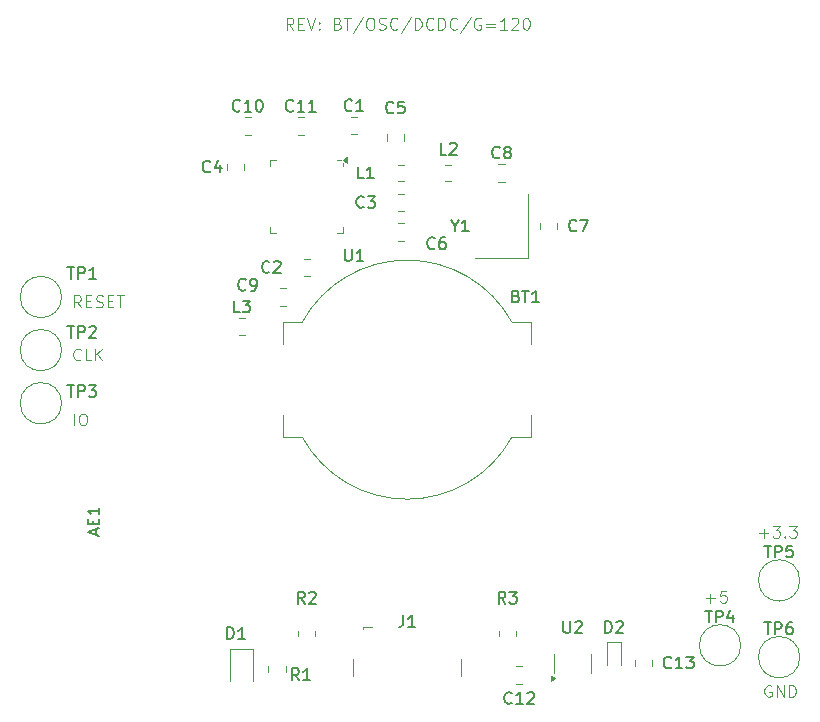
<source format=gbr>
%TF.GenerationSoftware,KiCad,Pcbnew,8.0.3-8.0.3-0~ubuntu24.04.1*%
%TF.CreationDate,2024-06-13T21:29:58+05:00*%
%TF.ProjectId,solartap_mcu,736f6c61-7274-4617-905f-6d63752e6b69,rev?*%
%TF.SameCoordinates,Original*%
%TF.FileFunction,Legend,Top*%
%TF.FilePolarity,Positive*%
%FSLAX46Y46*%
G04 Gerber Fmt 4.6, Leading zero omitted, Abs format (unit mm)*
G04 Created by KiCad (PCBNEW 8.0.3-8.0.3-0~ubuntu24.04.1) date 2024-06-13 21:29:58*
%MOMM*%
%LPD*%
G01*
G04 APERTURE LIST*
%ADD10C,0.100000*%
%ADD11C,0.150000*%
%ADD12C,0.120000*%
G04 APERTURE END LIST*
D10*
X125827693Y-108420038D02*
X125732455Y-108372419D01*
X125732455Y-108372419D02*
X125589598Y-108372419D01*
X125589598Y-108372419D02*
X125446741Y-108420038D01*
X125446741Y-108420038D02*
X125351503Y-108515276D01*
X125351503Y-108515276D02*
X125303884Y-108610514D01*
X125303884Y-108610514D02*
X125256265Y-108800990D01*
X125256265Y-108800990D02*
X125256265Y-108943847D01*
X125256265Y-108943847D02*
X125303884Y-109134323D01*
X125303884Y-109134323D02*
X125351503Y-109229561D01*
X125351503Y-109229561D02*
X125446741Y-109324800D01*
X125446741Y-109324800D02*
X125589598Y-109372419D01*
X125589598Y-109372419D02*
X125684836Y-109372419D01*
X125684836Y-109372419D02*
X125827693Y-109324800D01*
X125827693Y-109324800D02*
X125875312Y-109277180D01*
X125875312Y-109277180D02*
X125875312Y-108943847D01*
X125875312Y-108943847D02*
X125684836Y-108943847D01*
X126303884Y-109372419D02*
X126303884Y-108372419D01*
X126303884Y-108372419D02*
X126875312Y-109372419D01*
X126875312Y-109372419D02*
X126875312Y-108372419D01*
X127351503Y-109372419D02*
X127351503Y-108372419D01*
X127351503Y-108372419D02*
X127589598Y-108372419D01*
X127589598Y-108372419D02*
X127732455Y-108420038D01*
X127732455Y-108420038D02*
X127827693Y-108515276D01*
X127827693Y-108515276D02*
X127875312Y-108610514D01*
X127875312Y-108610514D02*
X127922931Y-108800990D01*
X127922931Y-108800990D02*
X127922931Y-108943847D01*
X127922931Y-108943847D02*
X127875312Y-109134323D01*
X127875312Y-109134323D02*
X127827693Y-109229561D01*
X127827693Y-109229561D02*
X127732455Y-109324800D01*
X127732455Y-109324800D02*
X127589598Y-109372419D01*
X127589598Y-109372419D02*
X127351503Y-109372419D01*
X120303884Y-100991466D02*
X121065789Y-100991466D01*
X120684836Y-101372419D02*
X120684836Y-100610514D01*
X122018169Y-100372419D02*
X121541979Y-100372419D01*
X121541979Y-100372419D02*
X121494360Y-100848609D01*
X121494360Y-100848609D02*
X121541979Y-100800990D01*
X121541979Y-100800990D02*
X121637217Y-100753371D01*
X121637217Y-100753371D02*
X121875312Y-100753371D01*
X121875312Y-100753371D02*
X121970550Y-100800990D01*
X121970550Y-100800990D02*
X122018169Y-100848609D01*
X122018169Y-100848609D02*
X122065788Y-100943847D01*
X122065788Y-100943847D02*
X122065788Y-101181942D01*
X122065788Y-101181942D02*
X122018169Y-101277180D01*
X122018169Y-101277180D02*
X121970550Y-101324800D01*
X121970550Y-101324800D02*
X121875312Y-101372419D01*
X121875312Y-101372419D02*
X121637217Y-101372419D01*
X121637217Y-101372419D02*
X121541979Y-101324800D01*
X121541979Y-101324800D02*
X121494360Y-101277180D01*
X124803884Y-95491466D02*
X125565789Y-95491466D01*
X125184836Y-95872419D02*
X125184836Y-95110514D01*
X125946741Y-94872419D02*
X126565788Y-94872419D01*
X126565788Y-94872419D02*
X126232455Y-95253371D01*
X126232455Y-95253371D02*
X126375312Y-95253371D01*
X126375312Y-95253371D02*
X126470550Y-95300990D01*
X126470550Y-95300990D02*
X126518169Y-95348609D01*
X126518169Y-95348609D02*
X126565788Y-95443847D01*
X126565788Y-95443847D02*
X126565788Y-95681942D01*
X126565788Y-95681942D02*
X126518169Y-95777180D01*
X126518169Y-95777180D02*
X126470550Y-95824800D01*
X126470550Y-95824800D02*
X126375312Y-95872419D01*
X126375312Y-95872419D02*
X126089598Y-95872419D01*
X126089598Y-95872419D02*
X125994360Y-95824800D01*
X125994360Y-95824800D02*
X125946741Y-95777180D01*
X126994360Y-95777180D02*
X127041979Y-95824800D01*
X127041979Y-95824800D02*
X126994360Y-95872419D01*
X126994360Y-95872419D02*
X126946741Y-95824800D01*
X126946741Y-95824800D02*
X126994360Y-95777180D01*
X126994360Y-95777180D02*
X126994360Y-95872419D01*
X127375312Y-94872419D02*
X127994359Y-94872419D01*
X127994359Y-94872419D02*
X127661026Y-95253371D01*
X127661026Y-95253371D02*
X127803883Y-95253371D01*
X127803883Y-95253371D02*
X127899121Y-95300990D01*
X127899121Y-95300990D02*
X127946740Y-95348609D01*
X127946740Y-95348609D02*
X127994359Y-95443847D01*
X127994359Y-95443847D02*
X127994359Y-95681942D01*
X127994359Y-95681942D02*
X127946740Y-95777180D01*
X127946740Y-95777180D02*
X127899121Y-95824800D01*
X127899121Y-95824800D02*
X127803883Y-95872419D01*
X127803883Y-95872419D02*
X127518169Y-95872419D01*
X127518169Y-95872419D02*
X127422931Y-95824800D01*
X127422931Y-95824800D02*
X127375312Y-95777180D01*
X85375312Y-52872419D02*
X85041979Y-52396228D01*
X84803884Y-52872419D02*
X84803884Y-51872419D01*
X84803884Y-51872419D02*
X85184836Y-51872419D01*
X85184836Y-51872419D02*
X85280074Y-51920038D01*
X85280074Y-51920038D02*
X85327693Y-51967657D01*
X85327693Y-51967657D02*
X85375312Y-52062895D01*
X85375312Y-52062895D02*
X85375312Y-52205752D01*
X85375312Y-52205752D02*
X85327693Y-52300990D01*
X85327693Y-52300990D02*
X85280074Y-52348609D01*
X85280074Y-52348609D02*
X85184836Y-52396228D01*
X85184836Y-52396228D02*
X84803884Y-52396228D01*
X85803884Y-52348609D02*
X86137217Y-52348609D01*
X86280074Y-52872419D02*
X85803884Y-52872419D01*
X85803884Y-52872419D02*
X85803884Y-51872419D01*
X85803884Y-51872419D02*
X86280074Y-51872419D01*
X86565789Y-51872419D02*
X86899122Y-52872419D01*
X86899122Y-52872419D02*
X87232455Y-51872419D01*
X87565789Y-52777180D02*
X87613408Y-52824800D01*
X87613408Y-52824800D02*
X87565789Y-52872419D01*
X87565789Y-52872419D02*
X87518170Y-52824800D01*
X87518170Y-52824800D02*
X87565789Y-52777180D01*
X87565789Y-52777180D02*
X87565789Y-52872419D01*
X87565789Y-52253371D02*
X87613408Y-52300990D01*
X87613408Y-52300990D02*
X87565789Y-52348609D01*
X87565789Y-52348609D02*
X87518170Y-52300990D01*
X87518170Y-52300990D02*
X87565789Y-52253371D01*
X87565789Y-52253371D02*
X87565789Y-52348609D01*
X89137217Y-52348609D02*
X89280074Y-52396228D01*
X89280074Y-52396228D02*
X89327693Y-52443847D01*
X89327693Y-52443847D02*
X89375312Y-52539085D01*
X89375312Y-52539085D02*
X89375312Y-52681942D01*
X89375312Y-52681942D02*
X89327693Y-52777180D01*
X89327693Y-52777180D02*
X89280074Y-52824800D01*
X89280074Y-52824800D02*
X89184836Y-52872419D01*
X89184836Y-52872419D02*
X88803884Y-52872419D01*
X88803884Y-52872419D02*
X88803884Y-51872419D01*
X88803884Y-51872419D02*
X89137217Y-51872419D01*
X89137217Y-51872419D02*
X89232455Y-51920038D01*
X89232455Y-51920038D02*
X89280074Y-51967657D01*
X89280074Y-51967657D02*
X89327693Y-52062895D01*
X89327693Y-52062895D02*
X89327693Y-52158133D01*
X89327693Y-52158133D02*
X89280074Y-52253371D01*
X89280074Y-52253371D02*
X89232455Y-52300990D01*
X89232455Y-52300990D02*
X89137217Y-52348609D01*
X89137217Y-52348609D02*
X88803884Y-52348609D01*
X89661027Y-51872419D02*
X90232455Y-51872419D01*
X89946741Y-52872419D02*
X89946741Y-51872419D01*
X91280074Y-51824800D02*
X90422932Y-53110514D01*
X91803884Y-51872419D02*
X91994360Y-51872419D01*
X91994360Y-51872419D02*
X92089598Y-51920038D01*
X92089598Y-51920038D02*
X92184836Y-52015276D01*
X92184836Y-52015276D02*
X92232455Y-52205752D01*
X92232455Y-52205752D02*
X92232455Y-52539085D01*
X92232455Y-52539085D02*
X92184836Y-52729561D01*
X92184836Y-52729561D02*
X92089598Y-52824800D01*
X92089598Y-52824800D02*
X91994360Y-52872419D01*
X91994360Y-52872419D02*
X91803884Y-52872419D01*
X91803884Y-52872419D02*
X91708646Y-52824800D01*
X91708646Y-52824800D02*
X91613408Y-52729561D01*
X91613408Y-52729561D02*
X91565789Y-52539085D01*
X91565789Y-52539085D02*
X91565789Y-52205752D01*
X91565789Y-52205752D02*
X91613408Y-52015276D01*
X91613408Y-52015276D02*
X91708646Y-51920038D01*
X91708646Y-51920038D02*
X91803884Y-51872419D01*
X92613408Y-52824800D02*
X92756265Y-52872419D01*
X92756265Y-52872419D02*
X92994360Y-52872419D01*
X92994360Y-52872419D02*
X93089598Y-52824800D01*
X93089598Y-52824800D02*
X93137217Y-52777180D01*
X93137217Y-52777180D02*
X93184836Y-52681942D01*
X93184836Y-52681942D02*
X93184836Y-52586704D01*
X93184836Y-52586704D02*
X93137217Y-52491466D01*
X93137217Y-52491466D02*
X93089598Y-52443847D01*
X93089598Y-52443847D02*
X92994360Y-52396228D01*
X92994360Y-52396228D02*
X92803884Y-52348609D01*
X92803884Y-52348609D02*
X92708646Y-52300990D01*
X92708646Y-52300990D02*
X92661027Y-52253371D01*
X92661027Y-52253371D02*
X92613408Y-52158133D01*
X92613408Y-52158133D02*
X92613408Y-52062895D01*
X92613408Y-52062895D02*
X92661027Y-51967657D01*
X92661027Y-51967657D02*
X92708646Y-51920038D01*
X92708646Y-51920038D02*
X92803884Y-51872419D01*
X92803884Y-51872419D02*
X93041979Y-51872419D01*
X93041979Y-51872419D02*
X93184836Y-51920038D01*
X94184836Y-52777180D02*
X94137217Y-52824800D01*
X94137217Y-52824800D02*
X93994360Y-52872419D01*
X93994360Y-52872419D02*
X93899122Y-52872419D01*
X93899122Y-52872419D02*
X93756265Y-52824800D01*
X93756265Y-52824800D02*
X93661027Y-52729561D01*
X93661027Y-52729561D02*
X93613408Y-52634323D01*
X93613408Y-52634323D02*
X93565789Y-52443847D01*
X93565789Y-52443847D02*
X93565789Y-52300990D01*
X93565789Y-52300990D02*
X93613408Y-52110514D01*
X93613408Y-52110514D02*
X93661027Y-52015276D01*
X93661027Y-52015276D02*
X93756265Y-51920038D01*
X93756265Y-51920038D02*
X93899122Y-51872419D01*
X93899122Y-51872419D02*
X93994360Y-51872419D01*
X93994360Y-51872419D02*
X94137217Y-51920038D01*
X94137217Y-51920038D02*
X94184836Y-51967657D01*
X95327693Y-51824800D02*
X94470551Y-53110514D01*
X95661027Y-52872419D02*
X95661027Y-51872419D01*
X95661027Y-51872419D02*
X95899122Y-51872419D01*
X95899122Y-51872419D02*
X96041979Y-51920038D01*
X96041979Y-51920038D02*
X96137217Y-52015276D01*
X96137217Y-52015276D02*
X96184836Y-52110514D01*
X96184836Y-52110514D02*
X96232455Y-52300990D01*
X96232455Y-52300990D02*
X96232455Y-52443847D01*
X96232455Y-52443847D02*
X96184836Y-52634323D01*
X96184836Y-52634323D02*
X96137217Y-52729561D01*
X96137217Y-52729561D02*
X96041979Y-52824800D01*
X96041979Y-52824800D02*
X95899122Y-52872419D01*
X95899122Y-52872419D02*
X95661027Y-52872419D01*
X97232455Y-52777180D02*
X97184836Y-52824800D01*
X97184836Y-52824800D02*
X97041979Y-52872419D01*
X97041979Y-52872419D02*
X96946741Y-52872419D01*
X96946741Y-52872419D02*
X96803884Y-52824800D01*
X96803884Y-52824800D02*
X96708646Y-52729561D01*
X96708646Y-52729561D02*
X96661027Y-52634323D01*
X96661027Y-52634323D02*
X96613408Y-52443847D01*
X96613408Y-52443847D02*
X96613408Y-52300990D01*
X96613408Y-52300990D02*
X96661027Y-52110514D01*
X96661027Y-52110514D02*
X96708646Y-52015276D01*
X96708646Y-52015276D02*
X96803884Y-51920038D01*
X96803884Y-51920038D02*
X96946741Y-51872419D01*
X96946741Y-51872419D02*
X97041979Y-51872419D01*
X97041979Y-51872419D02*
X97184836Y-51920038D01*
X97184836Y-51920038D02*
X97232455Y-51967657D01*
X97661027Y-52872419D02*
X97661027Y-51872419D01*
X97661027Y-51872419D02*
X97899122Y-51872419D01*
X97899122Y-51872419D02*
X98041979Y-51920038D01*
X98041979Y-51920038D02*
X98137217Y-52015276D01*
X98137217Y-52015276D02*
X98184836Y-52110514D01*
X98184836Y-52110514D02*
X98232455Y-52300990D01*
X98232455Y-52300990D02*
X98232455Y-52443847D01*
X98232455Y-52443847D02*
X98184836Y-52634323D01*
X98184836Y-52634323D02*
X98137217Y-52729561D01*
X98137217Y-52729561D02*
X98041979Y-52824800D01*
X98041979Y-52824800D02*
X97899122Y-52872419D01*
X97899122Y-52872419D02*
X97661027Y-52872419D01*
X99232455Y-52777180D02*
X99184836Y-52824800D01*
X99184836Y-52824800D02*
X99041979Y-52872419D01*
X99041979Y-52872419D02*
X98946741Y-52872419D01*
X98946741Y-52872419D02*
X98803884Y-52824800D01*
X98803884Y-52824800D02*
X98708646Y-52729561D01*
X98708646Y-52729561D02*
X98661027Y-52634323D01*
X98661027Y-52634323D02*
X98613408Y-52443847D01*
X98613408Y-52443847D02*
X98613408Y-52300990D01*
X98613408Y-52300990D02*
X98661027Y-52110514D01*
X98661027Y-52110514D02*
X98708646Y-52015276D01*
X98708646Y-52015276D02*
X98803884Y-51920038D01*
X98803884Y-51920038D02*
X98946741Y-51872419D01*
X98946741Y-51872419D02*
X99041979Y-51872419D01*
X99041979Y-51872419D02*
X99184836Y-51920038D01*
X99184836Y-51920038D02*
X99232455Y-51967657D01*
X100375312Y-51824800D02*
X99518170Y-53110514D01*
X101232455Y-51920038D02*
X101137217Y-51872419D01*
X101137217Y-51872419D02*
X100994360Y-51872419D01*
X100994360Y-51872419D02*
X100851503Y-51920038D01*
X100851503Y-51920038D02*
X100756265Y-52015276D01*
X100756265Y-52015276D02*
X100708646Y-52110514D01*
X100708646Y-52110514D02*
X100661027Y-52300990D01*
X100661027Y-52300990D02*
X100661027Y-52443847D01*
X100661027Y-52443847D02*
X100708646Y-52634323D01*
X100708646Y-52634323D02*
X100756265Y-52729561D01*
X100756265Y-52729561D02*
X100851503Y-52824800D01*
X100851503Y-52824800D02*
X100994360Y-52872419D01*
X100994360Y-52872419D02*
X101089598Y-52872419D01*
X101089598Y-52872419D02*
X101232455Y-52824800D01*
X101232455Y-52824800D02*
X101280074Y-52777180D01*
X101280074Y-52777180D02*
X101280074Y-52443847D01*
X101280074Y-52443847D02*
X101089598Y-52443847D01*
X101708646Y-52348609D02*
X102470551Y-52348609D01*
X102470551Y-52634323D02*
X101708646Y-52634323D01*
X103470550Y-52872419D02*
X102899122Y-52872419D01*
X103184836Y-52872419D02*
X103184836Y-51872419D01*
X103184836Y-51872419D02*
X103089598Y-52015276D01*
X103089598Y-52015276D02*
X102994360Y-52110514D01*
X102994360Y-52110514D02*
X102899122Y-52158133D01*
X103851503Y-51967657D02*
X103899122Y-51920038D01*
X103899122Y-51920038D02*
X103994360Y-51872419D01*
X103994360Y-51872419D02*
X104232455Y-51872419D01*
X104232455Y-51872419D02*
X104327693Y-51920038D01*
X104327693Y-51920038D02*
X104375312Y-51967657D01*
X104375312Y-51967657D02*
X104422931Y-52062895D01*
X104422931Y-52062895D02*
X104422931Y-52158133D01*
X104422931Y-52158133D02*
X104375312Y-52300990D01*
X104375312Y-52300990D02*
X103803884Y-52872419D01*
X103803884Y-52872419D02*
X104422931Y-52872419D01*
X105041979Y-51872419D02*
X105137217Y-51872419D01*
X105137217Y-51872419D02*
X105232455Y-51920038D01*
X105232455Y-51920038D02*
X105280074Y-51967657D01*
X105280074Y-51967657D02*
X105327693Y-52062895D01*
X105327693Y-52062895D02*
X105375312Y-52253371D01*
X105375312Y-52253371D02*
X105375312Y-52491466D01*
X105375312Y-52491466D02*
X105327693Y-52681942D01*
X105327693Y-52681942D02*
X105280074Y-52777180D01*
X105280074Y-52777180D02*
X105232455Y-52824800D01*
X105232455Y-52824800D02*
X105137217Y-52872419D01*
X105137217Y-52872419D02*
X105041979Y-52872419D01*
X105041979Y-52872419D02*
X104946741Y-52824800D01*
X104946741Y-52824800D02*
X104899122Y-52777180D01*
X104899122Y-52777180D02*
X104851503Y-52681942D01*
X104851503Y-52681942D02*
X104803884Y-52491466D01*
X104803884Y-52491466D02*
X104803884Y-52253371D01*
X104803884Y-52253371D02*
X104851503Y-52062895D01*
X104851503Y-52062895D02*
X104899122Y-51967657D01*
X104899122Y-51967657D02*
X104946741Y-51920038D01*
X104946741Y-51920038D02*
X105041979Y-51872419D01*
X66803884Y-86372419D02*
X66803884Y-85372419D01*
X67470550Y-85372419D02*
X67661026Y-85372419D01*
X67661026Y-85372419D02*
X67756264Y-85420038D01*
X67756264Y-85420038D02*
X67851502Y-85515276D01*
X67851502Y-85515276D02*
X67899121Y-85705752D01*
X67899121Y-85705752D02*
X67899121Y-86039085D01*
X67899121Y-86039085D02*
X67851502Y-86229561D01*
X67851502Y-86229561D02*
X67756264Y-86324800D01*
X67756264Y-86324800D02*
X67661026Y-86372419D01*
X67661026Y-86372419D02*
X67470550Y-86372419D01*
X67470550Y-86372419D02*
X67375312Y-86324800D01*
X67375312Y-86324800D02*
X67280074Y-86229561D01*
X67280074Y-86229561D02*
X67232455Y-86039085D01*
X67232455Y-86039085D02*
X67232455Y-85705752D01*
X67232455Y-85705752D02*
X67280074Y-85515276D01*
X67280074Y-85515276D02*
X67375312Y-85420038D01*
X67375312Y-85420038D02*
X67470550Y-85372419D01*
X67375312Y-80777180D02*
X67327693Y-80824800D01*
X67327693Y-80824800D02*
X67184836Y-80872419D01*
X67184836Y-80872419D02*
X67089598Y-80872419D01*
X67089598Y-80872419D02*
X66946741Y-80824800D01*
X66946741Y-80824800D02*
X66851503Y-80729561D01*
X66851503Y-80729561D02*
X66803884Y-80634323D01*
X66803884Y-80634323D02*
X66756265Y-80443847D01*
X66756265Y-80443847D02*
X66756265Y-80300990D01*
X66756265Y-80300990D02*
X66803884Y-80110514D01*
X66803884Y-80110514D02*
X66851503Y-80015276D01*
X66851503Y-80015276D02*
X66946741Y-79920038D01*
X66946741Y-79920038D02*
X67089598Y-79872419D01*
X67089598Y-79872419D02*
X67184836Y-79872419D01*
X67184836Y-79872419D02*
X67327693Y-79920038D01*
X67327693Y-79920038D02*
X67375312Y-79967657D01*
X68280074Y-80872419D02*
X67803884Y-80872419D01*
X67803884Y-80872419D02*
X67803884Y-79872419D01*
X68613408Y-80872419D02*
X68613408Y-79872419D01*
X69184836Y-80872419D02*
X68756265Y-80300990D01*
X69184836Y-79872419D02*
X68613408Y-80443847D01*
X67375312Y-76372419D02*
X67041979Y-75896228D01*
X66803884Y-76372419D02*
X66803884Y-75372419D01*
X66803884Y-75372419D02*
X67184836Y-75372419D01*
X67184836Y-75372419D02*
X67280074Y-75420038D01*
X67280074Y-75420038D02*
X67327693Y-75467657D01*
X67327693Y-75467657D02*
X67375312Y-75562895D01*
X67375312Y-75562895D02*
X67375312Y-75705752D01*
X67375312Y-75705752D02*
X67327693Y-75800990D01*
X67327693Y-75800990D02*
X67280074Y-75848609D01*
X67280074Y-75848609D02*
X67184836Y-75896228D01*
X67184836Y-75896228D02*
X66803884Y-75896228D01*
X67803884Y-75848609D02*
X68137217Y-75848609D01*
X68280074Y-76372419D02*
X67803884Y-76372419D01*
X67803884Y-76372419D02*
X67803884Y-75372419D01*
X67803884Y-75372419D02*
X68280074Y-75372419D01*
X68661027Y-76324800D02*
X68803884Y-76372419D01*
X68803884Y-76372419D02*
X69041979Y-76372419D01*
X69041979Y-76372419D02*
X69137217Y-76324800D01*
X69137217Y-76324800D02*
X69184836Y-76277180D01*
X69184836Y-76277180D02*
X69232455Y-76181942D01*
X69232455Y-76181942D02*
X69232455Y-76086704D01*
X69232455Y-76086704D02*
X69184836Y-75991466D01*
X69184836Y-75991466D02*
X69137217Y-75943847D01*
X69137217Y-75943847D02*
X69041979Y-75896228D01*
X69041979Y-75896228D02*
X68851503Y-75848609D01*
X68851503Y-75848609D02*
X68756265Y-75800990D01*
X68756265Y-75800990D02*
X68708646Y-75753371D01*
X68708646Y-75753371D02*
X68661027Y-75658133D01*
X68661027Y-75658133D02*
X68661027Y-75562895D01*
X68661027Y-75562895D02*
X68708646Y-75467657D01*
X68708646Y-75467657D02*
X68756265Y-75420038D01*
X68756265Y-75420038D02*
X68851503Y-75372419D01*
X68851503Y-75372419D02*
X69089598Y-75372419D01*
X69089598Y-75372419D02*
X69232455Y-75420038D01*
X69661027Y-75848609D02*
X69994360Y-75848609D01*
X70137217Y-76372419D02*
X69661027Y-76372419D01*
X69661027Y-76372419D02*
X69661027Y-75372419D01*
X69661027Y-75372419D02*
X70137217Y-75372419D01*
X70422932Y-75372419D02*
X70994360Y-75372419D01*
X70708646Y-76372419D02*
X70708646Y-75372419D01*
D11*
X125238095Y-103056819D02*
X125809523Y-103056819D01*
X125523809Y-104056819D02*
X125523809Y-103056819D01*
X126142857Y-104056819D02*
X126142857Y-103056819D01*
X126142857Y-103056819D02*
X126523809Y-103056819D01*
X126523809Y-103056819D02*
X126619047Y-103104438D01*
X126619047Y-103104438D02*
X126666666Y-103152057D01*
X126666666Y-103152057D02*
X126714285Y-103247295D01*
X126714285Y-103247295D02*
X126714285Y-103390152D01*
X126714285Y-103390152D02*
X126666666Y-103485390D01*
X126666666Y-103485390D02*
X126619047Y-103533009D01*
X126619047Y-103533009D02*
X126523809Y-103580628D01*
X126523809Y-103580628D02*
X126142857Y-103580628D01*
X127571428Y-103056819D02*
X127380952Y-103056819D01*
X127380952Y-103056819D02*
X127285714Y-103104438D01*
X127285714Y-103104438D02*
X127238095Y-103152057D01*
X127238095Y-103152057D02*
X127142857Y-103294914D01*
X127142857Y-103294914D02*
X127095238Y-103485390D01*
X127095238Y-103485390D02*
X127095238Y-103866342D01*
X127095238Y-103866342D02*
X127142857Y-103961580D01*
X127142857Y-103961580D02*
X127190476Y-104009200D01*
X127190476Y-104009200D02*
X127285714Y-104056819D01*
X127285714Y-104056819D02*
X127476190Y-104056819D01*
X127476190Y-104056819D02*
X127571428Y-104009200D01*
X127571428Y-104009200D02*
X127619047Y-103961580D01*
X127619047Y-103961580D02*
X127666666Y-103866342D01*
X127666666Y-103866342D02*
X127666666Y-103628247D01*
X127666666Y-103628247D02*
X127619047Y-103533009D01*
X127619047Y-103533009D02*
X127571428Y-103485390D01*
X127571428Y-103485390D02*
X127476190Y-103437771D01*
X127476190Y-103437771D02*
X127285714Y-103437771D01*
X127285714Y-103437771D02*
X127190476Y-103485390D01*
X127190476Y-103485390D02*
X127142857Y-103533009D01*
X127142857Y-103533009D02*
X127095238Y-103628247D01*
X125238095Y-96556819D02*
X125809523Y-96556819D01*
X125523809Y-97556819D02*
X125523809Y-96556819D01*
X126142857Y-97556819D02*
X126142857Y-96556819D01*
X126142857Y-96556819D02*
X126523809Y-96556819D01*
X126523809Y-96556819D02*
X126619047Y-96604438D01*
X126619047Y-96604438D02*
X126666666Y-96652057D01*
X126666666Y-96652057D02*
X126714285Y-96747295D01*
X126714285Y-96747295D02*
X126714285Y-96890152D01*
X126714285Y-96890152D02*
X126666666Y-96985390D01*
X126666666Y-96985390D02*
X126619047Y-97033009D01*
X126619047Y-97033009D02*
X126523809Y-97080628D01*
X126523809Y-97080628D02*
X126142857Y-97080628D01*
X127619047Y-96556819D02*
X127142857Y-96556819D01*
X127142857Y-96556819D02*
X127095238Y-97033009D01*
X127095238Y-97033009D02*
X127142857Y-96985390D01*
X127142857Y-96985390D02*
X127238095Y-96937771D01*
X127238095Y-96937771D02*
X127476190Y-96937771D01*
X127476190Y-96937771D02*
X127571428Y-96985390D01*
X127571428Y-96985390D02*
X127619047Y-97033009D01*
X127619047Y-97033009D02*
X127666666Y-97128247D01*
X127666666Y-97128247D02*
X127666666Y-97366342D01*
X127666666Y-97366342D02*
X127619047Y-97461580D01*
X127619047Y-97461580D02*
X127571428Y-97509200D01*
X127571428Y-97509200D02*
X127476190Y-97556819D01*
X127476190Y-97556819D02*
X127238095Y-97556819D01*
X127238095Y-97556819D02*
X127142857Y-97509200D01*
X127142857Y-97509200D02*
X127095238Y-97461580D01*
X120238095Y-102056819D02*
X120809523Y-102056819D01*
X120523809Y-103056819D02*
X120523809Y-102056819D01*
X121142857Y-103056819D02*
X121142857Y-102056819D01*
X121142857Y-102056819D02*
X121523809Y-102056819D01*
X121523809Y-102056819D02*
X121619047Y-102104438D01*
X121619047Y-102104438D02*
X121666666Y-102152057D01*
X121666666Y-102152057D02*
X121714285Y-102247295D01*
X121714285Y-102247295D02*
X121714285Y-102390152D01*
X121714285Y-102390152D02*
X121666666Y-102485390D01*
X121666666Y-102485390D02*
X121619047Y-102533009D01*
X121619047Y-102533009D02*
X121523809Y-102580628D01*
X121523809Y-102580628D02*
X121142857Y-102580628D01*
X122571428Y-102390152D02*
X122571428Y-103056819D01*
X122333333Y-102009200D02*
X122095238Y-102723485D01*
X122095238Y-102723485D02*
X122714285Y-102723485D01*
X111761905Y-103954819D02*
X111761905Y-102954819D01*
X111761905Y-102954819D02*
X112000000Y-102954819D01*
X112000000Y-102954819D02*
X112142857Y-103002438D01*
X112142857Y-103002438D02*
X112238095Y-103097676D01*
X112238095Y-103097676D02*
X112285714Y-103192914D01*
X112285714Y-103192914D02*
X112333333Y-103383390D01*
X112333333Y-103383390D02*
X112333333Y-103526247D01*
X112333333Y-103526247D02*
X112285714Y-103716723D01*
X112285714Y-103716723D02*
X112238095Y-103811961D01*
X112238095Y-103811961D02*
X112142857Y-103907200D01*
X112142857Y-103907200D02*
X112000000Y-103954819D01*
X112000000Y-103954819D02*
X111761905Y-103954819D01*
X112714286Y-103050057D02*
X112761905Y-103002438D01*
X112761905Y-103002438D02*
X112857143Y-102954819D01*
X112857143Y-102954819D02*
X113095238Y-102954819D01*
X113095238Y-102954819D02*
X113190476Y-103002438D01*
X113190476Y-103002438D02*
X113238095Y-103050057D01*
X113238095Y-103050057D02*
X113285714Y-103145295D01*
X113285714Y-103145295D02*
X113285714Y-103240533D01*
X113285714Y-103240533D02*
X113238095Y-103383390D01*
X113238095Y-103383390D02*
X112666667Y-103954819D01*
X112666667Y-103954819D02*
X113285714Y-103954819D01*
X99023809Y-69478628D02*
X99023809Y-69954819D01*
X98690476Y-68954819D02*
X99023809Y-69478628D01*
X99023809Y-69478628D02*
X99357142Y-68954819D01*
X100214285Y-69954819D02*
X99642857Y-69954819D01*
X99928571Y-69954819D02*
X99928571Y-68954819D01*
X99928571Y-68954819D02*
X99833333Y-69097676D01*
X99833333Y-69097676D02*
X99738095Y-69192914D01*
X99738095Y-69192914D02*
X99642857Y-69240533D01*
X66238095Y-72954819D02*
X66809523Y-72954819D01*
X66523809Y-73954819D02*
X66523809Y-72954819D01*
X67142857Y-73954819D02*
X67142857Y-72954819D01*
X67142857Y-72954819D02*
X67523809Y-72954819D01*
X67523809Y-72954819D02*
X67619047Y-73002438D01*
X67619047Y-73002438D02*
X67666666Y-73050057D01*
X67666666Y-73050057D02*
X67714285Y-73145295D01*
X67714285Y-73145295D02*
X67714285Y-73288152D01*
X67714285Y-73288152D02*
X67666666Y-73383390D01*
X67666666Y-73383390D02*
X67619047Y-73431009D01*
X67619047Y-73431009D02*
X67523809Y-73478628D01*
X67523809Y-73478628D02*
X67142857Y-73478628D01*
X68666666Y-73954819D02*
X68095238Y-73954819D01*
X68380952Y-73954819D02*
X68380952Y-72954819D01*
X68380952Y-72954819D02*
X68285714Y-73097676D01*
X68285714Y-73097676D02*
X68190476Y-73192914D01*
X68190476Y-73192914D02*
X68095238Y-73240533D01*
X93833333Y-59859580D02*
X93785714Y-59907200D01*
X93785714Y-59907200D02*
X93642857Y-59954819D01*
X93642857Y-59954819D02*
X93547619Y-59954819D01*
X93547619Y-59954819D02*
X93404762Y-59907200D01*
X93404762Y-59907200D02*
X93309524Y-59811961D01*
X93309524Y-59811961D02*
X93261905Y-59716723D01*
X93261905Y-59716723D02*
X93214286Y-59526247D01*
X93214286Y-59526247D02*
X93214286Y-59383390D01*
X93214286Y-59383390D02*
X93261905Y-59192914D01*
X93261905Y-59192914D02*
X93309524Y-59097676D01*
X93309524Y-59097676D02*
X93404762Y-59002438D01*
X93404762Y-59002438D02*
X93547619Y-58954819D01*
X93547619Y-58954819D02*
X93642857Y-58954819D01*
X93642857Y-58954819D02*
X93785714Y-59002438D01*
X93785714Y-59002438D02*
X93833333Y-59050057D01*
X94738095Y-58954819D02*
X94261905Y-58954819D01*
X94261905Y-58954819D02*
X94214286Y-59431009D01*
X94214286Y-59431009D02*
X94261905Y-59383390D01*
X94261905Y-59383390D02*
X94357143Y-59335771D01*
X94357143Y-59335771D02*
X94595238Y-59335771D01*
X94595238Y-59335771D02*
X94690476Y-59383390D01*
X94690476Y-59383390D02*
X94738095Y-59431009D01*
X94738095Y-59431009D02*
X94785714Y-59526247D01*
X94785714Y-59526247D02*
X94785714Y-59764342D01*
X94785714Y-59764342D02*
X94738095Y-59859580D01*
X94738095Y-59859580D02*
X94690476Y-59907200D01*
X94690476Y-59907200D02*
X94595238Y-59954819D01*
X94595238Y-59954819D02*
X94357143Y-59954819D01*
X94357143Y-59954819D02*
X94261905Y-59907200D01*
X94261905Y-59907200D02*
X94214286Y-59859580D01*
X78333333Y-64859580D02*
X78285714Y-64907200D01*
X78285714Y-64907200D02*
X78142857Y-64954819D01*
X78142857Y-64954819D02*
X78047619Y-64954819D01*
X78047619Y-64954819D02*
X77904762Y-64907200D01*
X77904762Y-64907200D02*
X77809524Y-64811961D01*
X77809524Y-64811961D02*
X77761905Y-64716723D01*
X77761905Y-64716723D02*
X77714286Y-64526247D01*
X77714286Y-64526247D02*
X77714286Y-64383390D01*
X77714286Y-64383390D02*
X77761905Y-64192914D01*
X77761905Y-64192914D02*
X77809524Y-64097676D01*
X77809524Y-64097676D02*
X77904762Y-64002438D01*
X77904762Y-64002438D02*
X78047619Y-63954819D01*
X78047619Y-63954819D02*
X78142857Y-63954819D01*
X78142857Y-63954819D02*
X78285714Y-64002438D01*
X78285714Y-64002438D02*
X78333333Y-64050057D01*
X79190476Y-64288152D02*
X79190476Y-64954819D01*
X78952381Y-63907200D02*
X78714286Y-64621485D01*
X78714286Y-64621485D02*
X79333333Y-64621485D01*
X81333333Y-74859580D02*
X81285714Y-74907200D01*
X81285714Y-74907200D02*
X81142857Y-74954819D01*
X81142857Y-74954819D02*
X81047619Y-74954819D01*
X81047619Y-74954819D02*
X80904762Y-74907200D01*
X80904762Y-74907200D02*
X80809524Y-74811961D01*
X80809524Y-74811961D02*
X80761905Y-74716723D01*
X80761905Y-74716723D02*
X80714286Y-74526247D01*
X80714286Y-74526247D02*
X80714286Y-74383390D01*
X80714286Y-74383390D02*
X80761905Y-74192914D01*
X80761905Y-74192914D02*
X80809524Y-74097676D01*
X80809524Y-74097676D02*
X80904762Y-74002438D01*
X80904762Y-74002438D02*
X81047619Y-73954819D01*
X81047619Y-73954819D02*
X81142857Y-73954819D01*
X81142857Y-73954819D02*
X81285714Y-74002438D01*
X81285714Y-74002438D02*
X81333333Y-74050057D01*
X81809524Y-74954819D02*
X82000000Y-74954819D01*
X82000000Y-74954819D02*
X82095238Y-74907200D01*
X82095238Y-74907200D02*
X82142857Y-74859580D01*
X82142857Y-74859580D02*
X82238095Y-74716723D01*
X82238095Y-74716723D02*
X82285714Y-74526247D01*
X82285714Y-74526247D02*
X82285714Y-74145295D01*
X82285714Y-74145295D02*
X82238095Y-74050057D01*
X82238095Y-74050057D02*
X82190476Y-74002438D01*
X82190476Y-74002438D02*
X82095238Y-73954819D01*
X82095238Y-73954819D02*
X81904762Y-73954819D01*
X81904762Y-73954819D02*
X81809524Y-74002438D01*
X81809524Y-74002438D02*
X81761905Y-74050057D01*
X81761905Y-74050057D02*
X81714286Y-74145295D01*
X81714286Y-74145295D02*
X81714286Y-74383390D01*
X81714286Y-74383390D02*
X81761905Y-74478628D01*
X81761905Y-74478628D02*
X81809524Y-74526247D01*
X81809524Y-74526247D02*
X81904762Y-74573866D01*
X81904762Y-74573866D02*
X82095238Y-74573866D01*
X82095238Y-74573866D02*
X82190476Y-74526247D01*
X82190476Y-74526247D02*
X82238095Y-74478628D01*
X82238095Y-74478628D02*
X82285714Y-74383390D01*
X91333333Y-67859580D02*
X91285714Y-67907200D01*
X91285714Y-67907200D02*
X91142857Y-67954819D01*
X91142857Y-67954819D02*
X91047619Y-67954819D01*
X91047619Y-67954819D02*
X90904762Y-67907200D01*
X90904762Y-67907200D02*
X90809524Y-67811961D01*
X90809524Y-67811961D02*
X90761905Y-67716723D01*
X90761905Y-67716723D02*
X90714286Y-67526247D01*
X90714286Y-67526247D02*
X90714286Y-67383390D01*
X90714286Y-67383390D02*
X90761905Y-67192914D01*
X90761905Y-67192914D02*
X90809524Y-67097676D01*
X90809524Y-67097676D02*
X90904762Y-67002438D01*
X90904762Y-67002438D02*
X91047619Y-66954819D01*
X91047619Y-66954819D02*
X91142857Y-66954819D01*
X91142857Y-66954819D02*
X91285714Y-67002438D01*
X91285714Y-67002438D02*
X91333333Y-67050057D01*
X91666667Y-66954819D02*
X92285714Y-66954819D01*
X92285714Y-66954819D02*
X91952381Y-67335771D01*
X91952381Y-67335771D02*
X92095238Y-67335771D01*
X92095238Y-67335771D02*
X92190476Y-67383390D01*
X92190476Y-67383390D02*
X92238095Y-67431009D01*
X92238095Y-67431009D02*
X92285714Y-67526247D01*
X92285714Y-67526247D02*
X92285714Y-67764342D01*
X92285714Y-67764342D02*
X92238095Y-67859580D01*
X92238095Y-67859580D02*
X92190476Y-67907200D01*
X92190476Y-67907200D02*
X92095238Y-67954819D01*
X92095238Y-67954819D02*
X91809524Y-67954819D01*
X91809524Y-67954819D02*
X91714286Y-67907200D01*
X91714286Y-67907200D02*
X91666667Y-67859580D01*
X109333333Y-69859580D02*
X109285714Y-69907200D01*
X109285714Y-69907200D02*
X109142857Y-69954819D01*
X109142857Y-69954819D02*
X109047619Y-69954819D01*
X109047619Y-69954819D02*
X108904762Y-69907200D01*
X108904762Y-69907200D02*
X108809524Y-69811961D01*
X108809524Y-69811961D02*
X108761905Y-69716723D01*
X108761905Y-69716723D02*
X108714286Y-69526247D01*
X108714286Y-69526247D02*
X108714286Y-69383390D01*
X108714286Y-69383390D02*
X108761905Y-69192914D01*
X108761905Y-69192914D02*
X108809524Y-69097676D01*
X108809524Y-69097676D02*
X108904762Y-69002438D01*
X108904762Y-69002438D02*
X109047619Y-68954819D01*
X109047619Y-68954819D02*
X109142857Y-68954819D01*
X109142857Y-68954819D02*
X109285714Y-69002438D01*
X109285714Y-69002438D02*
X109333333Y-69050057D01*
X109666667Y-68954819D02*
X110333333Y-68954819D01*
X110333333Y-68954819D02*
X109904762Y-69954819D01*
X91333333Y-65454819D02*
X90857143Y-65454819D01*
X90857143Y-65454819D02*
X90857143Y-64454819D01*
X92190476Y-65454819D02*
X91619048Y-65454819D01*
X91904762Y-65454819D02*
X91904762Y-64454819D01*
X91904762Y-64454819D02*
X91809524Y-64597676D01*
X91809524Y-64597676D02*
X91714286Y-64692914D01*
X91714286Y-64692914D02*
X91619048Y-64740533D01*
X66238095Y-77954819D02*
X66809523Y-77954819D01*
X66523809Y-78954819D02*
X66523809Y-77954819D01*
X67142857Y-78954819D02*
X67142857Y-77954819D01*
X67142857Y-77954819D02*
X67523809Y-77954819D01*
X67523809Y-77954819D02*
X67619047Y-78002438D01*
X67619047Y-78002438D02*
X67666666Y-78050057D01*
X67666666Y-78050057D02*
X67714285Y-78145295D01*
X67714285Y-78145295D02*
X67714285Y-78288152D01*
X67714285Y-78288152D02*
X67666666Y-78383390D01*
X67666666Y-78383390D02*
X67619047Y-78431009D01*
X67619047Y-78431009D02*
X67523809Y-78478628D01*
X67523809Y-78478628D02*
X67142857Y-78478628D01*
X68095238Y-78050057D02*
X68142857Y-78002438D01*
X68142857Y-78002438D02*
X68238095Y-77954819D01*
X68238095Y-77954819D02*
X68476190Y-77954819D01*
X68476190Y-77954819D02*
X68571428Y-78002438D01*
X68571428Y-78002438D02*
X68619047Y-78050057D01*
X68619047Y-78050057D02*
X68666666Y-78145295D01*
X68666666Y-78145295D02*
X68666666Y-78240533D01*
X68666666Y-78240533D02*
X68619047Y-78383390D01*
X68619047Y-78383390D02*
X68047619Y-78954819D01*
X68047619Y-78954819D02*
X68666666Y-78954819D01*
X103857142Y-109859580D02*
X103809523Y-109907200D01*
X103809523Y-109907200D02*
X103666666Y-109954819D01*
X103666666Y-109954819D02*
X103571428Y-109954819D01*
X103571428Y-109954819D02*
X103428571Y-109907200D01*
X103428571Y-109907200D02*
X103333333Y-109811961D01*
X103333333Y-109811961D02*
X103285714Y-109716723D01*
X103285714Y-109716723D02*
X103238095Y-109526247D01*
X103238095Y-109526247D02*
X103238095Y-109383390D01*
X103238095Y-109383390D02*
X103285714Y-109192914D01*
X103285714Y-109192914D02*
X103333333Y-109097676D01*
X103333333Y-109097676D02*
X103428571Y-109002438D01*
X103428571Y-109002438D02*
X103571428Y-108954819D01*
X103571428Y-108954819D02*
X103666666Y-108954819D01*
X103666666Y-108954819D02*
X103809523Y-109002438D01*
X103809523Y-109002438D02*
X103857142Y-109050057D01*
X104809523Y-109954819D02*
X104238095Y-109954819D01*
X104523809Y-109954819D02*
X104523809Y-108954819D01*
X104523809Y-108954819D02*
X104428571Y-109097676D01*
X104428571Y-109097676D02*
X104333333Y-109192914D01*
X104333333Y-109192914D02*
X104238095Y-109240533D01*
X105190476Y-109050057D02*
X105238095Y-109002438D01*
X105238095Y-109002438D02*
X105333333Y-108954819D01*
X105333333Y-108954819D02*
X105571428Y-108954819D01*
X105571428Y-108954819D02*
X105666666Y-109002438D01*
X105666666Y-109002438D02*
X105714285Y-109050057D01*
X105714285Y-109050057D02*
X105761904Y-109145295D01*
X105761904Y-109145295D02*
X105761904Y-109240533D01*
X105761904Y-109240533D02*
X105714285Y-109383390D01*
X105714285Y-109383390D02*
X105142857Y-109954819D01*
X105142857Y-109954819D02*
X105761904Y-109954819D01*
X66238095Y-82954819D02*
X66809523Y-82954819D01*
X66523809Y-83954819D02*
X66523809Y-82954819D01*
X67142857Y-83954819D02*
X67142857Y-82954819D01*
X67142857Y-82954819D02*
X67523809Y-82954819D01*
X67523809Y-82954819D02*
X67619047Y-83002438D01*
X67619047Y-83002438D02*
X67666666Y-83050057D01*
X67666666Y-83050057D02*
X67714285Y-83145295D01*
X67714285Y-83145295D02*
X67714285Y-83288152D01*
X67714285Y-83288152D02*
X67666666Y-83383390D01*
X67666666Y-83383390D02*
X67619047Y-83431009D01*
X67619047Y-83431009D02*
X67523809Y-83478628D01*
X67523809Y-83478628D02*
X67142857Y-83478628D01*
X68047619Y-82954819D02*
X68666666Y-82954819D01*
X68666666Y-82954819D02*
X68333333Y-83335771D01*
X68333333Y-83335771D02*
X68476190Y-83335771D01*
X68476190Y-83335771D02*
X68571428Y-83383390D01*
X68571428Y-83383390D02*
X68619047Y-83431009D01*
X68619047Y-83431009D02*
X68666666Y-83526247D01*
X68666666Y-83526247D02*
X68666666Y-83764342D01*
X68666666Y-83764342D02*
X68619047Y-83859580D01*
X68619047Y-83859580D02*
X68571428Y-83907200D01*
X68571428Y-83907200D02*
X68476190Y-83954819D01*
X68476190Y-83954819D02*
X68190476Y-83954819D01*
X68190476Y-83954819D02*
X68095238Y-83907200D01*
X68095238Y-83907200D02*
X68047619Y-83859580D01*
X117357142Y-106859580D02*
X117309523Y-106907200D01*
X117309523Y-106907200D02*
X117166666Y-106954819D01*
X117166666Y-106954819D02*
X117071428Y-106954819D01*
X117071428Y-106954819D02*
X116928571Y-106907200D01*
X116928571Y-106907200D02*
X116833333Y-106811961D01*
X116833333Y-106811961D02*
X116785714Y-106716723D01*
X116785714Y-106716723D02*
X116738095Y-106526247D01*
X116738095Y-106526247D02*
X116738095Y-106383390D01*
X116738095Y-106383390D02*
X116785714Y-106192914D01*
X116785714Y-106192914D02*
X116833333Y-106097676D01*
X116833333Y-106097676D02*
X116928571Y-106002438D01*
X116928571Y-106002438D02*
X117071428Y-105954819D01*
X117071428Y-105954819D02*
X117166666Y-105954819D01*
X117166666Y-105954819D02*
X117309523Y-106002438D01*
X117309523Y-106002438D02*
X117357142Y-106050057D01*
X118309523Y-106954819D02*
X117738095Y-106954819D01*
X118023809Y-106954819D02*
X118023809Y-105954819D01*
X118023809Y-105954819D02*
X117928571Y-106097676D01*
X117928571Y-106097676D02*
X117833333Y-106192914D01*
X117833333Y-106192914D02*
X117738095Y-106240533D01*
X118642857Y-105954819D02*
X119261904Y-105954819D01*
X119261904Y-105954819D02*
X118928571Y-106335771D01*
X118928571Y-106335771D02*
X119071428Y-106335771D01*
X119071428Y-106335771D02*
X119166666Y-106383390D01*
X119166666Y-106383390D02*
X119214285Y-106431009D01*
X119214285Y-106431009D02*
X119261904Y-106526247D01*
X119261904Y-106526247D02*
X119261904Y-106764342D01*
X119261904Y-106764342D02*
X119214285Y-106859580D01*
X119214285Y-106859580D02*
X119166666Y-106907200D01*
X119166666Y-106907200D02*
X119071428Y-106954819D01*
X119071428Y-106954819D02*
X118785714Y-106954819D01*
X118785714Y-106954819D02*
X118690476Y-106907200D01*
X118690476Y-106907200D02*
X118642857Y-106859580D01*
X104214285Y-75431009D02*
X104357142Y-75478628D01*
X104357142Y-75478628D02*
X104404761Y-75526247D01*
X104404761Y-75526247D02*
X104452380Y-75621485D01*
X104452380Y-75621485D02*
X104452380Y-75764342D01*
X104452380Y-75764342D02*
X104404761Y-75859580D01*
X104404761Y-75859580D02*
X104357142Y-75907200D01*
X104357142Y-75907200D02*
X104261904Y-75954819D01*
X104261904Y-75954819D02*
X103880952Y-75954819D01*
X103880952Y-75954819D02*
X103880952Y-74954819D01*
X103880952Y-74954819D02*
X104214285Y-74954819D01*
X104214285Y-74954819D02*
X104309523Y-75002438D01*
X104309523Y-75002438D02*
X104357142Y-75050057D01*
X104357142Y-75050057D02*
X104404761Y-75145295D01*
X104404761Y-75145295D02*
X104404761Y-75240533D01*
X104404761Y-75240533D02*
X104357142Y-75335771D01*
X104357142Y-75335771D02*
X104309523Y-75383390D01*
X104309523Y-75383390D02*
X104214285Y-75431009D01*
X104214285Y-75431009D02*
X103880952Y-75431009D01*
X104738095Y-74954819D02*
X105309523Y-74954819D01*
X105023809Y-75954819D02*
X105023809Y-74954819D01*
X106166666Y-75954819D02*
X105595238Y-75954819D01*
X105880952Y-75954819D02*
X105880952Y-74954819D01*
X105880952Y-74954819D02*
X105785714Y-75097676D01*
X105785714Y-75097676D02*
X105690476Y-75192914D01*
X105690476Y-75192914D02*
X105595238Y-75240533D01*
X98333333Y-63454819D02*
X97857143Y-63454819D01*
X97857143Y-63454819D02*
X97857143Y-62454819D01*
X98619048Y-62550057D02*
X98666667Y-62502438D01*
X98666667Y-62502438D02*
X98761905Y-62454819D01*
X98761905Y-62454819D02*
X99000000Y-62454819D01*
X99000000Y-62454819D02*
X99095238Y-62502438D01*
X99095238Y-62502438D02*
X99142857Y-62550057D01*
X99142857Y-62550057D02*
X99190476Y-62645295D01*
X99190476Y-62645295D02*
X99190476Y-62740533D01*
X99190476Y-62740533D02*
X99142857Y-62883390D01*
X99142857Y-62883390D02*
X98571429Y-63454819D01*
X98571429Y-63454819D02*
X99190476Y-63454819D01*
X85833333Y-107954819D02*
X85500000Y-107478628D01*
X85261905Y-107954819D02*
X85261905Y-106954819D01*
X85261905Y-106954819D02*
X85642857Y-106954819D01*
X85642857Y-106954819D02*
X85738095Y-107002438D01*
X85738095Y-107002438D02*
X85785714Y-107050057D01*
X85785714Y-107050057D02*
X85833333Y-107145295D01*
X85833333Y-107145295D02*
X85833333Y-107288152D01*
X85833333Y-107288152D02*
X85785714Y-107383390D01*
X85785714Y-107383390D02*
X85738095Y-107431009D01*
X85738095Y-107431009D02*
X85642857Y-107478628D01*
X85642857Y-107478628D02*
X85261905Y-107478628D01*
X86785714Y-107954819D02*
X86214286Y-107954819D01*
X86500000Y-107954819D02*
X86500000Y-106954819D01*
X86500000Y-106954819D02*
X86404762Y-107097676D01*
X86404762Y-107097676D02*
X86309524Y-107192914D01*
X86309524Y-107192914D02*
X86214286Y-107240533D01*
X80857142Y-59709580D02*
X80809523Y-59757200D01*
X80809523Y-59757200D02*
X80666666Y-59804819D01*
X80666666Y-59804819D02*
X80571428Y-59804819D01*
X80571428Y-59804819D02*
X80428571Y-59757200D01*
X80428571Y-59757200D02*
X80333333Y-59661961D01*
X80333333Y-59661961D02*
X80285714Y-59566723D01*
X80285714Y-59566723D02*
X80238095Y-59376247D01*
X80238095Y-59376247D02*
X80238095Y-59233390D01*
X80238095Y-59233390D02*
X80285714Y-59042914D01*
X80285714Y-59042914D02*
X80333333Y-58947676D01*
X80333333Y-58947676D02*
X80428571Y-58852438D01*
X80428571Y-58852438D02*
X80571428Y-58804819D01*
X80571428Y-58804819D02*
X80666666Y-58804819D01*
X80666666Y-58804819D02*
X80809523Y-58852438D01*
X80809523Y-58852438D02*
X80857142Y-58900057D01*
X81809523Y-59804819D02*
X81238095Y-59804819D01*
X81523809Y-59804819D02*
X81523809Y-58804819D01*
X81523809Y-58804819D02*
X81428571Y-58947676D01*
X81428571Y-58947676D02*
X81333333Y-59042914D01*
X81333333Y-59042914D02*
X81238095Y-59090533D01*
X82428571Y-58804819D02*
X82523809Y-58804819D01*
X82523809Y-58804819D02*
X82619047Y-58852438D01*
X82619047Y-58852438D02*
X82666666Y-58900057D01*
X82666666Y-58900057D02*
X82714285Y-58995295D01*
X82714285Y-58995295D02*
X82761904Y-59185771D01*
X82761904Y-59185771D02*
X82761904Y-59423866D01*
X82761904Y-59423866D02*
X82714285Y-59614342D01*
X82714285Y-59614342D02*
X82666666Y-59709580D01*
X82666666Y-59709580D02*
X82619047Y-59757200D01*
X82619047Y-59757200D02*
X82523809Y-59804819D01*
X82523809Y-59804819D02*
X82428571Y-59804819D01*
X82428571Y-59804819D02*
X82333333Y-59757200D01*
X82333333Y-59757200D02*
X82285714Y-59709580D01*
X82285714Y-59709580D02*
X82238095Y-59614342D01*
X82238095Y-59614342D02*
X82190476Y-59423866D01*
X82190476Y-59423866D02*
X82190476Y-59185771D01*
X82190476Y-59185771D02*
X82238095Y-58995295D01*
X82238095Y-58995295D02*
X82285714Y-58900057D01*
X82285714Y-58900057D02*
X82333333Y-58852438D01*
X82333333Y-58852438D02*
X82428571Y-58804819D01*
X85357142Y-59709580D02*
X85309523Y-59757200D01*
X85309523Y-59757200D02*
X85166666Y-59804819D01*
X85166666Y-59804819D02*
X85071428Y-59804819D01*
X85071428Y-59804819D02*
X84928571Y-59757200D01*
X84928571Y-59757200D02*
X84833333Y-59661961D01*
X84833333Y-59661961D02*
X84785714Y-59566723D01*
X84785714Y-59566723D02*
X84738095Y-59376247D01*
X84738095Y-59376247D02*
X84738095Y-59233390D01*
X84738095Y-59233390D02*
X84785714Y-59042914D01*
X84785714Y-59042914D02*
X84833333Y-58947676D01*
X84833333Y-58947676D02*
X84928571Y-58852438D01*
X84928571Y-58852438D02*
X85071428Y-58804819D01*
X85071428Y-58804819D02*
X85166666Y-58804819D01*
X85166666Y-58804819D02*
X85309523Y-58852438D01*
X85309523Y-58852438D02*
X85357142Y-58900057D01*
X86309523Y-59804819D02*
X85738095Y-59804819D01*
X86023809Y-59804819D02*
X86023809Y-58804819D01*
X86023809Y-58804819D02*
X85928571Y-58947676D01*
X85928571Y-58947676D02*
X85833333Y-59042914D01*
X85833333Y-59042914D02*
X85738095Y-59090533D01*
X87261904Y-59804819D02*
X86690476Y-59804819D01*
X86976190Y-59804819D02*
X86976190Y-58804819D01*
X86976190Y-58804819D02*
X86880952Y-58947676D01*
X86880952Y-58947676D02*
X86785714Y-59042914D01*
X86785714Y-59042914D02*
X86690476Y-59090533D01*
X94666666Y-102439819D02*
X94666666Y-103154104D01*
X94666666Y-103154104D02*
X94619047Y-103296961D01*
X94619047Y-103296961D02*
X94523809Y-103392200D01*
X94523809Y-103392200D02*
X94380952Y-103439819D01*
X94380952Y-103439819D02*
X94285714Y-103439819D01*
X95666666Y-103439819D02*
X95095238Y-103439819D01*
X95380952Y-103439819D02*
X95380952Y-102439819D01*
X95380952Y-102439819D02*
X95285714Y-102582676D01*
X95285714Y-102582676D02*
X95190476Y-102677914D01*
X95190476Y-102677914D02*
X95095238Y-102725533D01*
X79761905Y-104454819D02*
X79761905Y-103454819D01*
X79761905Y-103454819D02*
X80000000Y-103454819D01*
X80000000Y-103454819D02*
X80142857Y-103502438D01*
X80142857Y-103502438D02*
X80238095Y-103597676D01*
X80238095Y-103597676D02*
X80285714Y-103692914D01*
X80285714Y-103692914D02*
X80333333Y-103883390D01*
X80333333Y-103883390D02*
X80333333Y-104026247D01*
X80333333Y-104026247D02*
X80285714Y-104216723D01*
X80285714Y-104216723D02*
X80238095Y-104311961D01*
X80238095Y-104311961D02*
X80142857Y-104407200D01*
X80142857Y-104407200D02*
X80000000Y-104454819D01*
X80000000Y-104454819D02*
X79761905Y-104454819D01*
X81285714Y-104454819D02*
X80714286Y-104454819D01*
X81000000Y-104454819D02*
X81000000Y-103454819D01*
X81000000Y-103454819D02*
X80904762Y-103597676D01*
X80904762Y-103597676D02*
X80809524Y-103692914D01*
X80809524Y-103692914D02*
X80714286Y-103740533D01*
X68669104Y-95666666D02*
X68669104Y-95190476D01*
X68954819Y-95761904D02*
X67954819Y-95428571D01*
X67954819Y-95428571D02*
X68954819Y-95095238D01*
X68431009Y-94761904D02*
X68431009Y-94428571D01*
X68954819Y-94285714D02*
X68954819Y-94761904D01*
X68954819Y-94761904D02*
X67954819Y-94761904D01*
X67954819Y-94761904D02*
X67954819Y-94285714D01*
X68954819Y-93333333D02*
X68954819Y-93904761D01*
X68954819Y-93619047D02*
X67954819Y-93619047D01*
X67954819Y-93619047D02*
X68097676Y-93714285D01*
X68097676Y-93714285D02*
X68192914Y-93809523D01*
X68192914Y-93809523D02*
X68240533Y-93904761D01*
X89738095Y-71454819D02*
X89738095Y-72264342D01*
X89738095Y-72264342D02*
X89785714Y-72359580D01*
X89785714Y-72359580D02*
X89833333Y-72407200D01*
X89833333Y-72407200D02*
X89928571Y-72454819D01*
X89928571Y-72454819D02*
X90119047Y-72454819D01*
X90119047Y-72454819D02*
X90214285Y-72407200D01*
X90214285Y-72407200D02*
X90261904Y-72359580D01*
X90261904Y-72359580D02*
X90309523Y-72264342D01*
X90309523Y-72264342D02*
X90309523Y-71454819D01*
X91309523Y-72454819D02*
X90738095Y-72454819D01*
X91023809Y-72454819D02*
X91023809Y-71454819D01*
X91023809Y-71454819D02*
X90928571Y-71597676D01*
X90928571Y-71597676D02*
X90833333Y-71692914D01*
X90833333Y-71692914D02*
X90738095Y-71740533D01*
X80833333Y-76804819D02*
X80357143Y-76804819D01*
X80357143Y-76804819D02*
X80357143Y-75804819D01*
X81071429Y-75804819D02*
X81690476Y-75804819D01*
X81690476Y-75804819D02*
X81357143Y-76185771D01*
X81357143Y-76185771D02*
X81500000Y-76185771D01*
X81500000Y-76185771D02*
X81595238Y-76233390D01*
X81595238Y-76233390D02*
X81642857Y-76281009D01*
X81642857Y-76281009D02*
X81690476Y-76376247D01*
X81690476Y-76376247D02*
X81690476Y-76614342D01*
X81690476Y-76614342D02*
X81642857Y-76709580D01*
X81642857Y-76709580D02*
X81595238Y-76757200D01*
X81595238Y-76757200D02*
X81500000Y-76804819D01*
X81500000Y-76804819D02*
X81214286Y-76804819D01*
X81214286Y-76804819D02*
X81119048Y-76757200D01*
X81119048Y-76757200D02*
X81071429Y-76709580D01*
X102833333Y-63679580D02*
X102785714Y-63727200D01*
X102785714Y-63727200D02*
X102642857Y-63774819D01*
X102642857Y-63774819D02*
X102547619Y-63774819D01*
X102547619Y-63774819D02*
X102404762Y-63727200D01*
X102404762Y-63727200D02*
X102309524Y-63631961D01*
X102309524Y-63631961D02*
X102261905Y-63536723D01*
X102261905Y-63536723D02*
X102214286Y-63346247D01*
X102214286Y-63346247D02*
X102214286Y-63203390D01*
X102214286Y-63203390D02*
X102261905Y-63012914D01*
X102261905Y-63012914D02*
X102309524Y-62917676D01*
X102309524Y-62917676D02*
X102404762Y-62822438D01*
X102404762Y-62822438D02*
X102547619Y-62774819D01*
X102547619Y-62774819D02*
X102642857Y-62774819D01*
X102642857Y-62774819D02*
X102785714Y-62822438D01*
X102785714Y-62822438D02*
X102833333Y-62870057D01*
X103404762Y-63203390D02*
X103309524Y-63155771D01*
X103309524Y-63155771D02*
X103261905Y-63108152D01*
X103261905Y-63108152D02*
X103214286Y-63012914D01*
X103214286Y-63012914D02*
X103214286Y-62965295D01*
X103214286Y-62965295D02*
X103261905Y-62870057D01*
X103261905Y-62870057D02*
X103309524Y-62822438D01*
X103309524Y-62822438D02*
X103404762Y-62774819D01*
X103404762Y-62774819D02*
X103595238Y-62774819D01*
X103595238Y-62774819D02*
X103690476Y-62822438D01*
X103690476Y-62822438D02*
X103738095Y-62870057D01*
X103738095Y-62870057D02*
X103785714Y-62965295D01*
X103785714Y-62965295D02*
X103785714Y-63012914D01*
X103785714Y-63012914D02*
X103738095Y-63108152D01*
X103738095Y-63108152D02*
X103690476Y-63155771D01*
X103690476Y-63155771D02*
X103595238Y-63203390D01*
X103595238Y-63203390D02*
X103404762Y-63203390D01*
X103404762Y-63203390D02*
X103309524Y-63251009D01*
X103309524Y-63251009D02*
X103261905Y-63298628D01*
X103261905Y-63298628D02*
X103214286Y-63393866D01*
X103214286Y-63393866D02*
X103214286Y-63584342D01*
X103214286Y-63584342D02*
X103261905Y-63679580D01*
X103261905Y-63679580D02*
X103309524Y-63727200D01*
X103309524Y-63727200D02*
X103404762Y-63774819D01*
X103404762Y-63774819D02*
X103595238Y-63774819D01*
X103595238Y-63774819D02*
X103690476Y-63727200D01*
X103690476Y-63727200D02*
X103738095Y-63679580D01*
X103738095Y-63679580D02*
X103785714Y-63584342D01*
X103785714Y-63584342D02*
X103785714Y-63393866D01*
X103785714Y-63393866D02*
X103738095Y-63298628D01*
X103738095Y-63298628D02*
X103690476Y-63251009D01*
X103690476Y-63251009D02*
X103595238Y-63203390D01*
X97333333Y-71359580D02*
X97285714Y-71407200D01*
X97285714Y-71407200D02*
X97142857Y-71454819D01*
X97142857Y-71454819D02*
X97047619Y-71454819D01*
X97047619Y-71454819D02*
X96904762Y-71407200D01*
X96904762Y-71407200D02*
X96809524Y-71311961D01*
X96809524Y-71311961D02*
X96761905Y-71216723D01*
X96761905Y-71216723D02*
X96714286Y-71026247D01*
X96714286Y-71026247D02*
X96714286Y-70883390D01*
X96714286Y-70883390D02*
X96761905Y-70692914D01*
X96761905Y-70692914D02*
X96809524Y-70597676D01*
X96809524Y-70597676D02*
X96904762Y-70502438D01*
X96904762Y-70502438D02*
X97047619Y-70454819D01*
X97047619Y-70454819D02*
X97142857Y-70454819D01*
X97142857Y-70454819D02*
X97285714Y-70502438D01*
X97285714Y-70502438D02*
X97333333Y-70550057D01*
X98190476Y-70454819D02*
X98000000Y-70454819D01*
X98000000Y-70454819D02*
X97904762Y-70502438D01*
X97904762Y-70502438D02*
X97857143Y-70550057D01*
X97857143Y-70550057D02*
X97761905Y-70692914D01*
X97761905Y-70692914D02*
X97714286Y-70883390D01*
X97714286Y-70883390D02*
X97714286Y-71264342D01*
X97714286Y-71264342D02*
X97761905Y-71359580D01*
X97761905Y-71359580D02*
X97809524Y-71407200D01*
X97809524Y-71407200D02*
X97904762Y-71454819D01*
X97904762Y-71454819D02*
X98095238Y-71454819D01*
X98095238Y-71454819D02*
X98190476Y-71407200D01*
X98190476Y-71407200D02*
X98238095Y-71359580D01*
X98238095Y-71359580D02*
X98285714Y-71264342D01*
X98285714Y-71264342D02*
X98285714Y-71026247D01*
X98285714Y-71026247D02*
X98238095Y-70931009D01*
X98238095Y-70931009D02*
X98190476Y-70883390D01*
X98190476Y-70883390D02*
X98095238Y-70835771D01*
X98095238Y-70835771D02*
X97904762Y-70835771D01*
X97904762Y-70835771D02*
X97809524Y-70883390D01*
X97809524Y-70883390D02*
X97761905Y-70931009D01*
X97761905Y-70931009D02*
X97714286Y-71026247D01*
X83333333Y-73359580D02*
X83285714Y-73407200D01*
X83285714Y-73407200D02*
X83142857Y-73454819D01*
X83142857Y-73454819D02*
X83047619Y-73454819D01*
X83047619Y-73454819D02*
X82904762Y-73407200D01*
X82904762Y-73407200D02*
X82809524Y-73311961D01*
X82809524Y-73311961D02*
X82761905Y-73216723D01*
X82761905Y-73216723D02*
X82714286Y-73026247D01*
X82714286Y-73026247D02*
X82714286Y-72883390D01*
X82714286Y-72883390D02*
X82761905Y-72692914D01*
X82761905Y-72692914D02*
X82809524Y-72597676D01*
X82809524Y-72597676D02*
X82904762Y-72502438D01*
X82904762Y-72502438D02*
X83047619Y-72454819D01*
X83047619Y-72454819D02*
X83142857Y-72454819D01*
X83142857Y-72454819D02*
X83285714Y-72502438D01*
X83285714Y-72502438D02*
X83333333Y-72550057D01*
X83714286Y-72550057D02*
X83761905Y-72502438D01*
X83761905Y-72502438D02*
X83857143Y-72454819D01*
X83857143Y-72454819D02*
X84095238Y-72454819D01*
X84095238Y-72454819D02*
X84190476Y-72502438D01*
X84190476Y-72502438D02*
X84238095Y-72550057D01*
X84238095Y-72550057D02*
X84285714Y-72645295D01*
X84285714Y-72645295D02*
X84285714Y-72740533D01*
X84285714Y-72740533D02*
X84238095Y-72883390D01*
X84238095Y-72883390D02*
X83666667Y-73454819D01*
X83666667Y-73454819D02*
X84285714Y-73454819D01*
X86333333Y-101454819D02*
X86000000Y-100978628D01*
X85761905Y-101454819D02*
X85761905Y-100454819D01*
X85761905Y-100454819D02*
X86142857Y-100454819D01*
X86142857Y-100454819D02*
X86238095Y-100502438D01*
X86238095Y-100502438D02*
X86285714Y-100550057D01*
X86285714Y-100550057D02*
X86333333Y-100645295D01*
X86333333Y-100645295D02*
X86333333Y-100788152D01*
X86333333Y-100788152D02*
X86285714Y-100883390D01*
X86285714Y-100883390D02*
X86238095Y-100931009D01*
X86238095Y-100931009D02*
X86142857Y-100978628D01*
X86142857Y-100978628D02*
X85761905Y-100978628D01*
X86714286Y-100550057D02*
X86761905Y-100502438D01*
X86761905Y-100502438D02*
X86857143Y-100454819D01*
X86857143Y-100454819D02*
X87095238Y-100454819D01*
X87095238Y-100454819D02*
X87190476Y-100502438D01*
X87190476Y-100502438D02*
X87238095Y-100550057D01*
X87238095Y-100550057D02*
X87285714Y-100645295D01*
X87285714Y-100645295D02*
X87285714Y-100740533D01*
X87285714Y-100740533D02*
X87238095Y-100883390D01*
X87238095Y-100883390D02*
X86666667Y-101454819D01*
X86666667Y-101454819D02*
X87285714Y-101454819D01*
X108238095Y-102954819D02*
X108238095Y-103764342D01*
X108238095Y-103764342D02*
X108285714Y-103859580D01*
X108285714Y-103859580D02*
X108333333Y-103907200D01*
X108333333Y-103907200D02*
X108428571Y-103954819D01*
X108428571Y-103954819D02*
X108619047Y-103954819D01*
X108619047Y-103954819D02*
X108714285Y-103907200D01*
X108714285Y-103907200D02*
X108761904Y-103859580D01*
X108761904Y-103859580D02*
X108809523Y-103764342D01*
X108809523Y-103764342D02*
X108809523Y-102954819D01*
X109238095Y-103050057D02*
X109285714Y-103002438D01*
X109285714Y-103002438D02*
X109380952Y-102954819D01*
X109380952Y-102954819D02*
X109619047Y-102954819D01*
X109619047Y-102954819D02*
X109714285Y-103002438D01*
X109714285Y-103002438D02*
X109761904Y-103050057D01*
X109761904Y-103050057D02*
X109809523Y-103145295D01*
X109809523Y-103145295D02*
X109809523Y-103240533D01*
X109809523Y-103240533D02*
X109761904Y-103383390D01*
X109761904Y-103383390D02*
X109190476Y-103954819D01*
X109190476Y-103954819D02*
X109809523Y-103954819D01*
X103333333Y-101454819D02*
X103000000Y-100978628D01*
X102761905Y-101454819D02*
X102761905Y-100454819D01*
X102761905Y-100454819D02*
X103142857Y-100454819D01*
X103142857Y-100454819D02*
X103238095Y-100502438D01*
X103238095Y-100502438D02*
X103285714Y-100550057D01*
X103285714Y-100550057D02*
X103333333Y-100645295D01*
X103333333Y-100645295D02*
X103333333Y-100788152D01*
X103333333Y-100788152D02*
X103285714Y-100883390D01*
X103285714Y-100883390D02*
X103238095Y-100931009D01*
X103238095Y-100931009D02*
X103142857Y-100978628D01*
X103142857Y-100978628D02*
X102761905Y-100978628D01*
X103666667Y-100454819D02*
X104285714Y-100454819D01*
X104285714Y-100454819D02*
X103952381Y-100835771D01*
X103952381Y-100835771D02*
X104095238Y-100835771D01*
X104095238Y-100835771D02*
X104190476Y-100883390D01*
X104190476Y-100883390D02*
X104238095Y-100931009D01*
X104238095Y-100931009D02*
X104285714Y-101026247D01*
X104285714Y-101026247D02*
X104285714Y-101264342D01*
X104285714Y-101264342D02*
X104238095Y-101359580D01*
X104238095Y-101359580D02*
X104190476Y-101407200D01*
X104190476Y-101407200D02*
X104095238Y-101454819D01*
X104095238Y-101454819D02*
X103809524Y-101454819D01*
X103809524Y-101454819D02*
X103714286Y-101407200D01*
X103714286Y-101407200D02*
X103666667Y-101359580D01*
X90333333Y-59679580D02*
X90285714Y-59727200D01*
X90285714Y-59727200D02*
X90142857Y-59774819D01*
X90142857Y-59774819D02*
X90047619Y-59774819D01*
X90047619Y-59774819D02*
X89904762Y-59727200D01*
X89904762Y-59727200D02*
X89809524Y-59631961D01*
X89809524Y-59631961D02*
X89761905Y-59536723D01*
X89761905Y-59536723D02*
X89714286Y-59346247D01*
X89714286Y-59346247D02*
X89714286Y-59203390D01*
X89714286Y-59203390D02*
X89761905Y-59012914D01*
X89761905Y-59012914D02*
X89809524Y-58917676D01*
X89809524Y-58917676D02*
X89904762Y-58822438D01*
X89904762Y-58822438D02*
X90047619Y-58774819D01*
X90047619Y-58774819D02*
X90142857Y-58774819D01*
X90142857Y-58774819D02*
X90285714Y-58822438D01*
X90285714Y-58822438D02*
X90333333Y-58870057D01*
X91285714Y-59774819D02*
X90714286Y-59774819D01*
X91000000Y-59774819D02*
X91000000Y-58774819D01*
X91000000Y-58774819D02*
X90904762Y-58917676D01*
X90904762Y-58917676D02*
X90809524Y-59012914D01*
X90809524Y-59012914D02*
X90714286Y-59060533D01*
D12*
%TO.C,TP6*%
X128250000Y-106000000D02*
G75*
G02*
X124750000Y-106000000I-1750000J0D01*
G01*
X124750000Y-106000000D02*
G75*
G02*
X128250000Y-106000000I1750000J0D01*
G01*
%TO.C,TP5*%
X128250000Y-99500000D02*
G75*
G02*
X124750000Y-99500000I-1750000J0D01*
G01*
X124750000Y-99500000D02*
G75*
G02*
X128250000Y-99500000I1750000J0D01*
G01*
%TO.C,TP4*%
X123250000Y-105000000D02*
G75*
G02*
X119750000Y-105000000I-1750000J0D01*
G01*
X119750000Y-105000000D02*
G75*
G02*
X123250000Y-105000000I1750000J0D01*
G01*
%TO.C,D2*%
X111900000Y-106700000D02*
X111900000Y-104740000D01*
X113100000Y-106700000D02*
X113100000Y-104740000D01*
X113100000Y-104740000D02*
X111900000Y-104740000D01*
%TO.C,Y1*%
X100750000Y-72200000D02*
X105250000Y-72200000D01*
X105250000Y-72200000D02*
X105250000Y-66800000D01*
%TO.C,TP1*%
X65750000Y-75500000D02*
G75*
G02*
X62250000Y-75500000I-1750000J0D01*
G01*
X62250000Y-75500000D02*
G75*
G02*
X65750000Y-75500000I1750000J0D01*
G01*
%TO.C,C5*%
X94735000Y-62261252D02*
X94735000Y-61738748D01*
X93265000Y-62261252D02*
X93265000Y-61738748D01*
%TO.C,C4*%
X81235000Y-64791252D02*
X81235000Y-64268748D01*
X79765000Y-64791252D02*
X79765000Y-64268748D01*
%TO.C,C9*%
X84761252Y-76235000D02*
X84238748Y-76235000D01*
X84761252Y-74765000D02*
X84238748Y-74765000D01*
%TO.C,C3*%
X94761252Y-68235000D02*
X94238748Y-68235000D01*
X94761252Y-66765000D02*
X94238748Y-66765000D01*
%TO.C,C7*%
X106265000Y-69761252D02*
X106265000Y-69238748D01*
X107735000Y-69761252D02*
X107735000Y-69238748D01*
%TO.C,L1*%
X94761252Y-64290000D02*
X94238748Y-64290000D01*
X94761252Y-65710000D02*
X94238748Y-65710000D01*
%TO.C,TP2*%
X65750000Y-80000000D02*
G75*
G02*
X62250000Y-80000000I-1750000J0D01*
G01*
X62250000Y-80000000D02*
G75*
G02*
X65750000Y-80000000I1750000J0D01*
G01*
%TO.C,C12*%
X104238748Y-108235000D02*
X104761252Y-108235000D01*
X104238748Y-106765000D02*
X104761252Y-106765000D01*
%TO.C,TP3*%
X65750000Y-84500000D02*
G75*
G02*
X62250000Y-84500000I-1750000J0D01*
G01*
X62250000Y-84500000D02*
G75*
G02*
X65750000Y-84500000I1750000J0D01*
G01*
%TO.C,C13*%
X115735000Y-106238748D02*
X115735000Y-106761252D01*
X114265000Y-106238748D02*
X114265000Y-106761252D01*
%TO.C,BT1*%
X84530000Y-77615000D02*
X86137090Y-77615000D01*
X84530000Y-79500000D02*
X84530000Y-77615000D01*
X84530000Y-85500000D02*
X84530000Y-87385000D01*
X84530000Y-87385000D02*
X86137090Y-87385000D01*
X105470000Y-77615000D02*
X103862910Y-77615000D01*
X105470000Y-79500000D02*
X105470000Y-77615000D01*
X105470000Y-85500000D02*
X105470000Y-87385000D01*
X105470000Y-87385000D02*
X103862910Y-87385000D01*
X86137090Y-77615000D02*
G75*
G02*
X103862910Y-77615000I8862910J-4885000D01*
G01*
X103865021Y-87381168D02*
G75*
G02*
X86137090Y-87385000I-8865021J4881167D01*
G01*
%TO.C,L2*%
X98761252Y-64290000D02*
X98238748Y-64290000D01*
X98761252Y-65710000D02*
X98238748Y-65710000D01*
%TO.C,R1*%
X84735000Y-107227064D02*
X84735000Y-106772936D01*
X83265000Y-107227064D02*
X83265000Y-106772936D01*
%TO.C,C10*%
X81238748Y-60295000D02*
X81761252Y-60295000D01*
X81238748Y-61765000D02*
X81761252Y-61765000D01*
%TO.C,C11*%
X85738748Y-60295000D02*
X86261252Y-60295000D01*
X85738748Y-61765000D02*
X86261252Y-61765000D01*
%TO.C,J1*%
X99580000Y-107565000D02*
X99580000Y-106155000D01*
X92040000Y-103485000D02*
X91240000Y-103485000D01*
X91240000Y-103485000D02*
X91240000Y-103635000D01*
X90420000Y-107565000D02*
X90420000Y-106155000D01*
%TO.C,D1*%
X80040000Y-105315000D02*
X80040000Y-108000000D01*
X81960000Y-105315000D02*
X80040000Y-105315000D01*
X81960000Y-108000000D02*
X81960000Y-105315000D01*
%TO.C,U1*%
X89060000Y-63890000D02*
X89370000Y-63890000D01*
X83390000Y-63890000D02*
X83940000Y-63890000D01*
X89610000Y-64440000D02*
X89610000Y-64190000D01*
X83390000Y-64440000D02*
X83390000Y-63890000D01*
X89610000Y-69560000D02*
X89610000Y-70110000D01*
X83390000Y-69560000D02*
X83390000Y-70110000D01*
X89610000Y-70110000D02*
X89060000Y-70110000D01*
X83390000Y-70110000D02*
X83940000Y-70110000D01*
X89940000Y-64130000D02*
X89610000Y-63890000D01*
X89940000Y-63650000D01*
X89940000Y-64130000D01*
G36*
X89940000Y-64130000D02*
G01*
X89610000Y-63890000D01*
X89940000Y-63650000D01*
X89940000Y-64130000D01*
G37*
%TO.C,L3*%
X80738748Y-77290000D02*
X81261252Y-77290000D01*
X80738748Y-78710000D02*
X81261252Y-78710000D01*
%TO.C,C8*%
X102738748Y-65735000D02*
X103261252Y-65735000D01*
X102738748Y-64265000D02*
X103261252Y-64265000D01*
%TO.C,C6*%
X94238748Y-69265000D02*
X94761252Y-69265000D01*
X94238748Y-70735000D02*
X94761252Y-70735000D01*
%TO.C,C2*%
X86761252Y-73735000D02*
X86238748Y-73735000D01*
X86761252Y-72265000D02*
X86238748Y-72265000D01*
%TO.C,R2*%
X85765000Y-104227064D02*
X85765000Y-103772936D01*
X87235000Y-104227064D02*
X87235000Y-103772936D01*
%TO.C,U2*%
X107490000Y-107800000D02*
X107160000Y-108040000D01*
X107160000Y-107560000D01*
X107490000Y-107800000D01*
G36*
X107490000Y-107800000D02*
G01*
X107160000Y-108040000D01*
X107160000Y-107560000D01*
X107490000Y-107800000D01*
G37*
X110560000Y-106500000D02*
X110560000Y-107300000D01*
X110560000Y-106500000D02*
X110560000Y-105700000D01*
X107440000Y-106500000D02*
X107440000Y-107300000D01*
X107440000Y-106500000D02*
X107440000Y-105700000D01*
%TO.C,R3*%
X102765000Y-103772936D02*
X102765000Y-104227064D01*
X104235000Y-103772936D02*
X104235000Y-104227064D01*
%TO.C,C1*%
X90238748Y-60265000D02*
X90761252Y-60265000D01*
X90238748Y-61735000D02*
X90761252Y-61735000D01*
%TD*%
M02*

</source>
